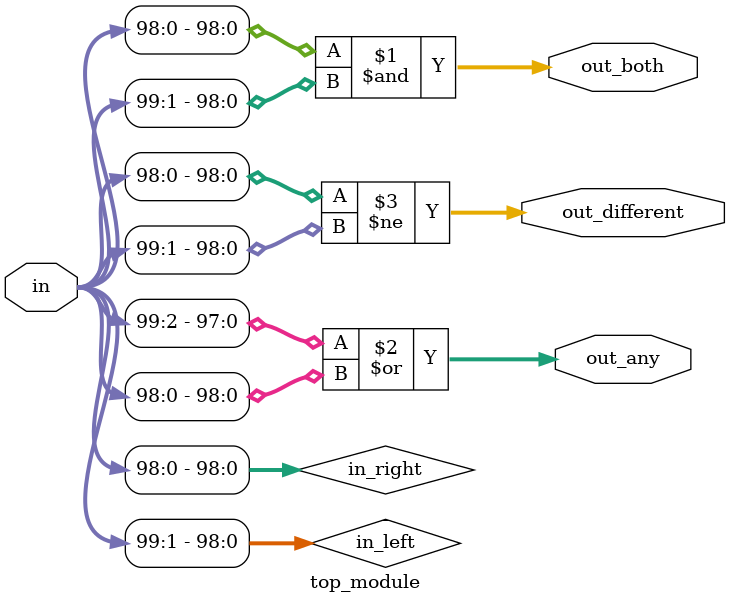
<source format=sv>
module top_module (
    input [99:0] in,
    output [98:0] out_both,
    output [99:1] out_any,
    output [99:0] out_different
);

    wire [98:0] in_left;
    wire [99:1] in_right;
    
    assign in_left[98] = in[99];
    assign in_left[97:0] = in[98:1];
    
    assign in_right[1:99] = in[0:98];
    assign in_right[0] = in[99];
    
    assign out_both = in[98:0] & in_left;
    assign out_any = in[99:2] | in_right;
    assign out_different = in[98:0] != in_left;

endmodule

</source>
